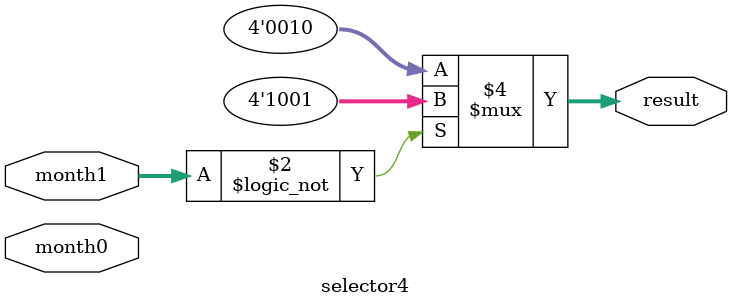
<source format=v>
`timescale 1ns / 1ps


module selector4(month1, month0, result);
    input [3:0] month1;
    input [3:0] month0;
    output [3:0] result;
    
    reg [3:0] result;
    
    always @* begin
        if(month1 == 4'd0)
            result = 4'd9;
        else
            result = 4'd2;
    end
    
endmodule

</source>
